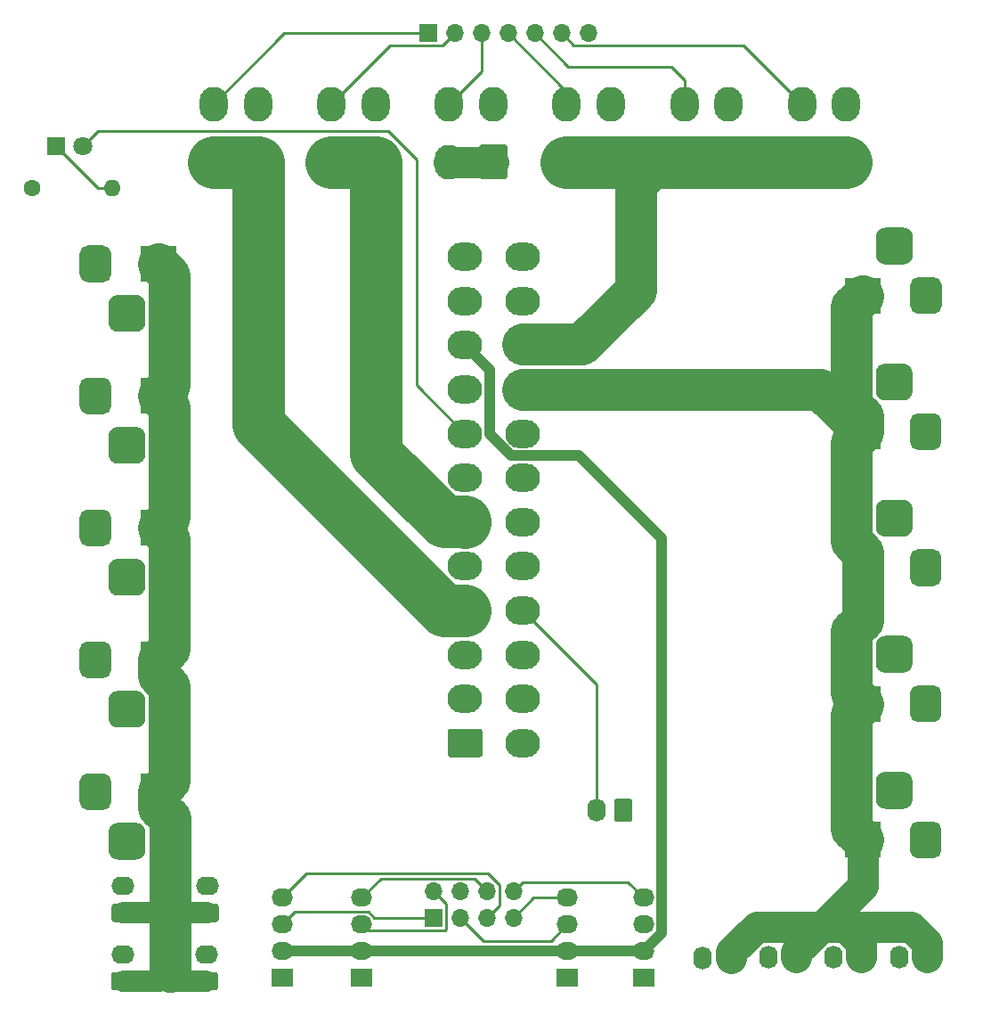
<source format=gbr>
%TF.GenerationSoftware,KiCad,Pcbnew,(5.1.6)-1*%
%TF.CreationDate,2020-12-20T18:41:33+11:00*%
%TF.ProjectId,Power Distro PCB V2,506f7765-7220-4446-9973-74726f205043,rev?*%
%TF.SameCoordinates,Original*%
%TF.FileFunction,Copper,L1,Top*%
%TF.FilePolarity,Positive*%
%FSLAX46Y46*%
G04 Gerber Fmt 4.6, Leading zero omitted, Abs format (unit mm)*
G04 Created by KiCad (PCBNEW (5.1.6)-1) date 2020-12-20 18:41:33*
%MOMM*%
%LPD*%
G01*
G04 APERTURE LIST*
%TA.AperFunction,ComponentPad*%
%ADD10O,2.700000X3.300000*%
%TD*%
%TA.AperFunction,ComponentPad*%
%ADD11O,1.600000X1.600000*%
%TD*%
%TA.AperFunction,ComponentPad*%
%ADD12C,1.600000*%
%TD*%
%TA.AperFunction,ComponentPad*%
%ADD13C,1.800000*%
%TD*%
%TA.AperFunction,ComponentPad*%
%ADD14R,1.800000X1.800000*%
%TD*%
%TA.AperFunction,ComponentPad*%
%ADD15R,3.500000X3.500000*%
%TD*%
%TA.AperFunction,ComponentPad*%
%ADD16O,1.700000X1.700000*%
%TD*%
%TA.AperFunction,ComponentPad*%
%ADD17R,1.700000X1.700000*%
%TD*%
%TA.AperFunction,ComponentPad*%
%ADD18O,1.740000X2.190000*%
%TD*%
%TA.AperFunction,ComponentPad*%
%ADD19O,2.190000X1.740000*%
%TD*%
%TA.AperFunction,ComponentPad*%
%ADD20O,2.030000X1.730000*%
%TD*%
%TA.AperFunction,ComponentPad*%
%ADD21R,2.030000X1.730000*%
%TD*%
%TA.AperFunction,ComponentPad*%
%ADD22O,3.300000X2.700000*%
%TD*%
%TA.AperFunction,Conductor*%
%ADD23C,0.250000*%
%TD*%
%TA.AperFunction,Conductor*%
%ADD24C,5.000000*%
%TD*%
%TA.AperFunction,Conductor*%
%ADD25C,3.000000*%
%TD*%
%TA.AperFunction,Conductor*%
%ADD26C,4.000000*%
%TD*%
%TA.AperFunction,Conductor*%
%ADD27C,2.000000*%
%TD*%
%TA.AperFunction,Conductor*%
%ADD28C,1.000000*%
%TD*%
G04 APERTURE END LIST*
%TO.P,J6,1*%
%TO.N,/LED5V4*%
%TA.AperFunction,ComponentPad*%
G36*
G01*
X80750000Y-13000001D02*
X80750000Y-15799999D01*
G75*
G02*
X80499999Y-16050000I-250001J0D01*
G01*
X78300001Y-16050000D01*
G75*
G02*
X78050000Y-15799999I0J250001D01*
G01*
X78050000Y-13000001D01*
G75*
G02*
X78300001Y-12750000I250001J0D01*
G01*
X80499999Y-12750000D01*
G75*
G02*
X80750000Y-13000001I0J-250001D01*
G01*
G37*
%TD.AperFunction*%
D10*
%TO.P,J6,2*%
X75200000Y-14400000D03*
%TO.P,J6,3*%
%TO.N,/LEDGND*%
X79400000Y-8900000D03*
%TO.P,J6,4*%
%TO.N,/LEDDATA6*%
X75200000Y-8900000D03*
%TD*%
%TO.P,J5,1*%
%TO.N,/LED5V4*%
%TA.AperFunction,ComponentPad*%
G36*
G01*
X69570000Y-13000001D02*
X69570000Y-15799999D01*
G75*
G02*
X69319999Y-16050000I-250001J0D01*
G01*
X67120001Y-16050000D01*
G75*
G02*
X66870000Y-15799999I0J250001D01*
G01*
X66870000Y-13000001D01*
G75*
G02*
X67120001Y-12750000I250001J0D01*
G01*
X69319999Y-12750000D01*
G75*
G02*
X69570000Y-13000001I0J-250001D01*
G01*
G37*
%TD.AperFunction*%
%TO.P,J5,2*%
X64020000Y-14400000D03*
%TO.P,J5,3*%
%TO.N,/LEDGND*%
X68220000Y-8900000D03*
%TO.P,J5,4*%
%TO.N,/LEDDATA5*%
X64020000Y-8900000D03*
%TD*%
%TO.P,J4,1*%
%TO.N,/LED5V4*%
%TA.AperFunction,ComponentPad*%
G36*
G01*
X58390000Y-13000001D02*
X58390000Y-15799999D01*
G75*
G02*
X58139999Y-16050000I-250001J0D01*
G01*
X55940001Y-16050000D01*
G75*
G02*
X55690000Y-15799999I0J250001D01*
G01*
X55690000Y-13000001D01*
G75*
G02*
X55940001Y-12750000I250001J0D01*
G01*
X58139999Y-12750000D01*
G75*
G02*
X58390000Y-13000001I0J-250001D01*
G01*
G37*
%TD.AperFunction*%
%TO.P,J4,2*%
X52840000Y-14400000D03*
%TO.P,J4,3*%
%TO.N,/LEDGND*%
X57040000Y-8900000D03*
%TO.P,J4,4*%
%TO.N,/LEDDATA4*%
X52840000Y-8900000D03*
%TD*%
%TO.P,J3,1*%
%TO.N,/LED5V3*%
%TA.AperFunction,ComponentPad*%
G36*
G01*
X47210000Y-13000001D02*
X47210000Y-15799999D01*
G75*
G02*
X46959999Y-16050000I-250001J0D01*
G01*
X44760001Y-16050000D01*
G75*
G02*
X44510000Y-15799999I0J250001D01*
G01*
X44510000Y-13000001D01*
G75*
G02*
X44760001Y-12750000I250001J0D01*
G01*
X46959999Y-12750000D01*
G75*
G02*
X47210000Y-13000001I0J-250001D01*
G01*
G37*
%TD.AperFunction*%
%TO.P,J3,2*%
X41660000Y-14400000D03*
%TO.P,J3,3*%
%TO.N,/LEDGND*%
X45860000Y-8900000D03*
%TO.P,J3,4*%
%TO.N,/LEDDATA3*%
X41660000Y-8900000D03*
%TD*%
%TO.P,J2,1*%
%TO.N,/LED5V2*%
%TA.AperFunction,ComponentPad*%
G36*
G01*
X36030000Y-13000001D02*
X36030000Y-15799999D01*
G75*
G02*
X35779999Y-16050000I-250001J0D01*
G01*
X33580001Y-16050000D01*
G75*
G02*
X33330000Y-15799999I0J250001D01*
G01*
X33330000Y-13000001D01*
G75*
G02*
X33580001Y-12750000I250001J0D01*
G01*
X35779999Y-12750000D01*
G75*
G02*
X36030000Y-13000001I0J-250001D01*
G01*
G37*
%TD.AperFunction*%
%TO.P,J2,2*%
X30480000Y-14400000D03*
%TO.P,J2,3*%
%TO.N,/LEDGND*%
X34680000Y-8900000D03*
%TO.P,J2,4*%
%TO.N,/LEDDATA2*%
X30480000Y-8900000D03*
%TD*%
%TO.P,J1,1*%
%TO.N,/LED5V1*%
%TA.AperFunction,ComponentPad*%
G36*
G01*
X24850000Y-13000001D02*
X24850000Y-15799999D01*
G75*
G02*
X24599999Y-16050000I-250001J0D01*
G01*
X22400001Y-16050000D01*
G75*
G02*
X22150000Y-15799999I0J250001D01*
G01*
X22150000Y-13000001D01*
G75*
G02*
X22400001Y-12750000I250001J0D01*
G01*
X24599999Y-12750000D01*
G75*
G02*
X24850000Y-13000001I0J-250001D01*
G01*
G37*
%TD.AperFunction*%
%TO.P,J1,2*%
X19300000Y-14400000D03*
%TO.P,J1,3*%
%TO.N,/LEDGND*%
X23500000Y-8900000D03*
%TO.P,J1,4*%
%TO.N,/LEDDATA1*%
X19300000Y-8900000D03*
%TD*%
D11*
%TO.P,R1,2*%
%TO.N,Net-(D1-Pad1)*%
X9600000Y-16900000D03*
D12*
%TO.P,R1,1*%
%TO.N,/LEDGND*%
X1980000Y-16900000D03*
%TD*%
D13*
%TO.P,PSU OK,2*%
%TO.N,/PWRGOOD*%
X6800000Y-12900000D03*
D14*
%TO.P,PSU OK,1*%
%TO.N,Net-(D1-Pad1)*%
X4260000Y-12900000D03*
%TD*%
%TO.P,J21,3*%
%TO.N,N/C*%
%TA.AperFunction,ComponentPad*%
G36*
G01*
X9273600Y-29675000D02*
X9273600Y-27925000D01*
G75*
G02*
X10148600Y-27050000I875000J0D01*
G01*
X11898600Y-27050000D01*
G75*
G02*
X12773600Y-27925000I0J-875000D01*
G01*
X12773600Y-29675000D01*
G75*
G02*
X11898600Y-30550000I-875000J0D01*
G01*
X10148600Y-30550000D01*
G75*
G02*
X9273600Y-29675000I0J875000D01*
G01*
G37*
%TD.AperFunction*%
%TO.P,J21,2*%
%TO.N,/LEDGND*%
%TA.AperFunction,ComponentPad*%
G36*
G01*
X6523600Y-25100000D02*
X6523600Y-23100000D01*
G75*
G02*
X7273600Y-22350000I750000J0D01*
G01*
X8773600Y-22350000D01*
G75*
G02*
X9523600Y-23100000I0J-750000D01*
G01*
X9523600Y-25100000D01*
G75*
G02*
X8773600Y-25850000I-750000J0D01*
G01*
X7273600Y-25850000D01*
G75*
G02*
X6523600Y-25100000I0J750000D01*
G01*
G37*
%TD.AperFunction*%
D15*
%TO.P,J21,1*%
%TO.N,/12VSOCKETS+*%
X14023600Y-24100000D03*
%TD*%
%TO.P,J23,3*%
%TO.N,N/C*%
%TA.AperFunction,ComponentPad*%
G36*
G01*
X9273600Y-54746600D02*
X9273600Y-52996600D01*
G75*
G02*
X10148600Y-52121600I875000J0D01*
G01*
X11898600Y-52121600D01*
G75*
G02*
X12773600Y-52996600I0J-875000D01*
G01*
X12773600Y-54746600D01*
G75*
G02*
X11898600Y-55621600I-875000J0D01*
G01*
X10148600Y-55621600D01*
G75*
G02*
X9273600Y-54746600I0J875000D01*
G01*
G37*
%TD.AperFunction*%
%TO.P,J23,2*%
%TO.N,/LEDGND*%
%TA.AperFunction,ComponentPad*%
G36*
G01*
X6523600Y-50171600D02*
X6523600Y-48171600D01*
G75*
G02*
X7273600Y-47421600I750000J0D01*
G01*
X8773600Y-47421600D01*
G75*
G02*
X9523600Y-48171600I0J-750000D01*
G01*
X9523600Y-50171600D01*
G75*
G02*
X8773600Y-50921600I-750000J0D01*
G01*
X7273600Y-50921600D01*
G75*
G02*
X6523600Y-50171600I0J750000D01*
G01*
G37*
%TD.AperFunction*%
%TO.P,J23,1*%
%TO.N,/12VSOCKETS+*%
X14023600Y-49171600D03*
%TD*%
%TO.P,J25,3*%
%TO.N,N/C*%
%TA.AperFunction,ComponentPad*%
G36*
G01*
X9273600Y-79818200D02*
X9273600Y-78068200D01*
G75*
G02*
X10148600Y-77193200I875000J0D01*
G01*
X11898600Y-77193200D01*
G75*
G02*
X12773600Y-78068200I0J-875000D01*
G01*
X12773600Y-79818200D01*
G75*
G02*
X11898600Y-80693200I-875000J0D01*
G01*
X10148600Y-80693200D01*
G75*
G02*
X9273600Y-79818200I0J875000D01*
G01*
G37*
%TD.AperFunction*%
%TO.P,J25,2*%
%TO.N,/LEDGND*%
%TA.AperFunction,ComponentPad*%
G36*
G01*
X6523600Y-75243200D02*
X6523600Y-73243200D01*
G75*
G02*
X7273600Y-72493200I750000J0D01*
G01*
X8773600Y-72493200D01*
G75*
G02*
X9523600Y-73243200I0J-750000D01*
G01*
X9523600Y-75243200D01*
G75*
G02*
X8773600Y-75993200I-750000J0D01*
G01*
X7273600Y-75993200D01*
G75*
G02*
X6523600Y-75243200I0J750000D01*
G01*
G37*
%TD.AperFunction*%
%TO.P,J25,1*%
%TO.N,/12VSOCKETS+*%
X14023600Y-74243200D03*
%TD*%
%TO.P,J24,3*%
%TO.N,N/C*%
%TA.AperFunction,ComponentPad*%
G36*
G01*
X9273600Y-67282400D02*
X9273600Y-65532400D01*
G75*
G02*
X10148600Y-64657400I875000J0D01*
G01*
X11898600Y-64657400D01*
G75*
G02*
X12773600Y-65532400I0J-875000D01*
G01*
X12773600Y-67282400D01*
G75*
G02*
X11898600Y-68157400I-875000J0D01*
G01*
X10148600Y-68157400D01*
G75*
G02*
X9273600Y-67282400I0J875000D01*
G01*
G37*
%TD.AperFunction*%
%TO.P,J24,2*%
%TO.N,/LEDGND*%
%TA.AperFunction,ComponentPad*%
G36*
G01*
X6523600Y-62707400D02*
X6523600Y-60707400D01*
G75*
G02*
X7273600Y-59957400I750000J0D01*
G01*
X8773600Y-59957400D01*
G75*
G02*
X9523600Y-60707400I0J-750000D01*
G01*
X9523600Y-62707400D01*
G75*
G02*
X8773600Y-63457400I-750000J0D01*
G01*
X7273600Y-63457400D01*
G75*
G02*
X6523600Y-62707400I0J750000D01*
G01*
G37*
%TD.AperFunction*%
%TO.P,J24,1*%
%TO.N,/12VSOCKETS+*%
X14023600Y-61707400D03*
%TD*%
%TO.P,J22,3*%
%TO.N,N/C*%
%TA.AperFunction,ComponentPad*%
G36*
G01*
X9273600Y-42210800D02*
X9273600Y-40460800D01*
G75*
G02*
X10148600Y-39585800I875000J0D01*
G01*
X11898600Y-39585800D01*
G75*
G02*
X12773600Y-40460800I0J-875000D01*
G01*
X12773600Y-42210800D01*
G75*
G02*
X11898600Y-43085800I-875000J0D01*
G01*
X10148600Y-43085800D01*
G75*
G02*
X9273600Y-42210800I0J875000D01*
G01*
G37*
%TD.AperFunction*%
%TO.P,J22,2*%
%TO.N,/LEDGND*%
%TA.AperFunction,ComponentPad*%
G36*
G01*
X6523600Y-37635800D02*
X6523600Y-35635800D01*
G75*
G02*
X7273600Y-34885800I750000J0D01*
G01*
X8773600Y-34885800D01*
G75*
G02*
X9523600Y-35635800I0J-750000D01*
G01*
X9523600Y-37635800D01*
G75*
G02*
X8773600Y-38385800I-750000J0D01*
G01*
X7273600Y-38385800D01*
G75*
G02*
X6523600Y-37635800I0J750000D01*
G01*
G37*
%TD.AperFunction*%
%TO.P,J22,1*%
%TO.N,/12VSOCKETS+*%
X14023600Y-36635800D03*
%TD*%
%TO.P,J20,3*%
%TO.N,N/C*%
%TA.AperFunction,ComponentPad*%
G36*
G01*
X85725200Y-73240200D02*
X85725200Y-74990200D01*
G75*
G02*
X84850200Y-75865200I-875000J0D01*
G01*
X83100200Y-75865200D01*
G75*
G02*
X82225200Y-74990200I0J875000D01*
G01*
X82225200Y-73240200D01*
G75*
G02*
X83100200Y-72365200I875000J0D01*
G01*
X84850200Y-72365200D01*
G75*
G02*
X85725200Y-73240200I0J-875000D01*
G01*
G37*
%TD.AperFunction*%
%TO.P,J20,2*%
%TO.N,/LEDGND*%
%TA.AperFunction,ComponentPad*%
G36*
G01*
X88475200Y-77815200D02*
X88475200Y-79815200D01*
G75*
G02*
X87725200Y-80565200I-750000J0D01*
G01*
X86225200Y-80565200D01*
G75*
G02*
X85475200Y-79815200I0J750000D01*
G01*
X85475200Y-77815200D01*
G75*
G02*
X86225200Y-77065200I750000J0D01*
G01*
X87725200Y-77065200D01*
G75*
G02*
X88475200Y-77815200I0J-750000D01*
G01*
G37*
%TD.AperFunction*%
%TO.P,J20,1*%
%TO.N,/5VSOCKETS+*%
X80975200Y-78815200D03*
%TD*%
%TO.P,J19,3*%
%TO.N,N/C*%
%TA.AperFunction,ComponentPad*%
G36*
G01*
X85725200Y-60311400D02*
X85725200Y-62061400D01*
G75*
G02*
X84850200Y-62936400I-875000J0D01*
G01*
X83100200Y-62936400D01*
G75*
G02*
X82225200Y-62061400I0J875000D01*
G01*
X82225200Y-60311400D01*
G75*
G02*
X83100200Y-59436400I875000J0D01*
G01*
X84850200Y-59436400D01*
G75*
G02*
X85725200Y-60311400I0J-875000D01*
G01*
G37*
%TD.AperFunction*%
%TO.P,J19,2*%
%TO.N,/LEDGND*%
%TA.AperFunction,ComponentPad*%
G36*
G01*
X88475200Y-64886400D02*
X88475200Y-66886400D01*
G75*
G02*
X87725200Y-67636400I-750000J0D01*
G01*
X86225200Y-67636400D01*
G75*
G02*
X85475200Y-66886400I0J750000D01*
G01*
X85475200Y-64886400D01*
G75*
G02*
X86225200Y-64136400I750000J0D01*
G01*
X87725200Y-64136400D01*
G75*
G02*
X88475200Y-64886400I0J-750000D01*
G01*
G37*
%TD.AperFunction*%
%TO.P,J19,1*%
%TO.N,/5VSOCKETS+*%
X80975200Y-65886400D03*
%TD*%
%TO.P,J18,3*%
%TO.N,N/C*%
%TA.AperFunction,ComponentPad*%
G36*
G01*
X85725200Y-47382600D02*
X85725200Y-49132600D01*
G75*
G02*
X84850200Y-50007600I-875000J0D01*
G01*
X83100200Y-50007600D01*
G75*
G02*
X82225200Y-49132600I0J875000D01*
G01*
X82225200Y-47382600D01*
G75*
G02*
X83100200Y-46507600I875000J0D01*
G01*
X84850200Y-46507600D01*
G75*
G02*
X85725200Y-47382600I0J-875000D01*
G01*
G37*
%TD.AperFunction*%
%TO.P,J18,2*%
%TO.N,/LEDGND*%
%TA.AperFunction,ComponentPad*%
G36*
G01*
X88475200Y-51957600D02*
X88475200Y-53957600D01*
G75*
G02*
X87725200Y-54707600I-750000J0D01*
G01*
X86225200Y-54707600D01*
G75*
G02*
X85475200Y-53957600I0J750000D01*
G01*
X85475200Y-51957600D01*
G75*
G02*
X86225200Y-51207600I750000J0D01*
G01*
X87725200Y-51207600D01*
G75*
G02*
X88475200Y-51957600I0J-750000D01*
G01*
G37*
%TD.AperFunction*%
%TO.P,J18,1*%
%TO.N,/5VSOCKETS+*%
X80975200Y-52957600D03*
%TD*%
%TO.P,J17,3*%
%TO.N,N/C*%
%TA.AperFunction,ComponentPad*%
G36*
G01*
X85725200Y-34453800D02*
X85725200Y-36203800D01*
G75*
G02*
X84850200Y-37078800I-875000J0D01*
G01*
X83100200Y-37078800D01*
G75*
G02*
X82225200Y-36203800I0J875000D01*
G01*
X82225200Y-34453800D01*
G75*
G02*
X83100200Y-33578800I875000J0D01*
G01*
X84850200Y-33578800D01*
G75*
G02*
X85725200Y-34453800I0J-875000D01*
G01*
G37*
%TD.AperFunction*%
%TO.P,J17,2*%
%TO.N,/LEDGND*%
%TA.AperFunction,ComponentPad*%
G36*
G01*
X88475200Y-39028800D02*
X88475200Y-41028800D01*
G75*
G02*
X87725200Y-41778800I-750000J0D01*
G01*
X86225200Y-41778800D01*
G75*
G02*
X85475200Y-41028800I0J750000D01*
G01*
X85475200Y-39028800D01*
G75*
G02*
X86225200Y-38278800I750000J0D01*
G01*
X87725200Y-38278800D01*
G75*
G02*
X88475200Y-39028800I0J-750000D01*
G01*
G37*
%TD.AperFunction*%
%TO.P,J17,1*%
%TO.N,/5VSOCKETS+*%
X80975200Y-40028800D03*
%TD*%
%TO.P,J16,3*%
%TO.N,N/C*%
%TA.AperFunction,ComponentPad*%
G36*
G01*
X85750000Y-21525000D02*
X85750000Y-23275000D01*
G75*
G02*
X84875000Y-24150000I-875000J0D01*
G01*
X83125000Y-24150000D01*
G75*
G02*
X82250000Y-23275000I0J875000D01*
G01*
X82250000Y-21525000D01*
G75*
G02*
X83125000Y-20650000I875000J0D01*
G01*
X84875000Y-20650000D01*
G75*
G02*
X85750000Y-21525000I0J-875000D01*
G01*
G37*
%TD.AperFunction*%
%TO.P,J16,2*%
%TO.N,/LEDGND*%
%TA.AperFunction,ComponentPad*%
G36*
G01*
X88500000Y-26100000D02*
X88500000Y-28100000D01*
G75*
G02*
X87750000Y-28850000I-750000J0D01*
G01*
X86250000Y-28850000D01*
G75*
G02*
X85500000Y-28100000I0J750000D01*
G01*
X85500000Y-26100000D01*
G75*
G02*
X86250000Y-25350000I750000J0D01*
G01*
X87750000Y-25350000D01*
G75*
G02*
X88500000Y-26100000I0J-750000D01*
G01*
G37*
%TD.AperFunction*%
%TO.P,J16,1*%
%TO.N,/5VSOCKETS+*%
X81000000Y-27100000D03*
%TD*%
D16*
%TO.P,J7,7*%
%TO.N,/LEDGND*%
X54880000Y-2200000D03*
%TO.P,J7,6*%
%TO.N,/LEDDATA6*%
X52340000Y-2200000D03*
%TO.P,J7,5*%
%TO.N,/LEDDATA5*%
X49800000Y-2200000D03*
%TO.P,J7,4*%
%TO.N,/LEDDATA4*%
X47260000Y-2200000D03*
%TO.P,J7,3*%
%TO.N,/LEDDATA3*%
X44720000Y-2200000D03*
%TO.P,J7,2*%
%TO.N,/LEDDATA2*%
X42180000Y-2200000D03*
D17*
%TO.P,J7,1*%
%TO.N,/LEDDATA1*%
X39640000Y-2200000D03*
%TD*%
D18*
%TO.P,J32,2*%
%TO.N,/PSUSW*%
X55676800Y-75996800D03*
%TO.P,J32,1*%
%TO.N,/LEDGND*%
%TA.AperFunction,ComponentPad*%
G36*
G01*
X59086800Y-75151799D02*
X59086800Y-76841801D01*
G75*
G02*
X58836801Y-77091800I-249999J0D01*
G01*
X57596799Y-77091800D01*
G75*
G02*
X57346800Y-76841801I0J249999D01*
G01*
X57346800Y-75151799D01*
G75*
G02*
X57596799Y-74901800I249999J0D01*
G01*
X58836801Y-74901800D01*
G75*
G02*
X59086800Y-75151799I0J-249999D01*
G01*
G37*
%TD.AperFunction*%
%TD*%
D19*
%TO.P,J31,2*%
%TO.N,/LEDGND*%
X10617200Y-89712800D03*
%TO.P,J31,1*%
%TO.N,/12VSOCKETS+*%
%TA.AperFunction,ComponentPad*%
G36*
G01*
X11462201Y-93122800D02*
X9772199Y-93122800D01*
G75*
G02*
X9522200Y-92872801I0J249999D01*
G01*
X9522200Y-91632799D01*
G75*
G02*
X9772199Y-91382800I249999J0D01*
G01*
X11462201Y-91382800D01*
G75*
G02*
X11712200Y-91632799I0J-249999D01*
G01*
X11712200Y-92872801D01*
G75*
G02*
X11462201Y-93122800I-249999J0D01*
G01*
G37*
%TD.AperFunction*%
%TD*%
%TO.P,J30,2*%
%TO.N,/LEDGND*%
X10668000Y-83210400D03*
%TO.P,J30,1*%
%TO.N,/12VSOCKETS+*%
%TA.AperFunction,ComponentPad*%
G36*
G01*
X11513001Y-86620400D02*
X9822999Y-86620400D01*
G75*
G02*
X9573000Y-86370401I0J249999D01*
G01*
X9573000Y-85130399D01*
G75*
G02*
X9822999Y-84880400I249999J0D01*
G01*
X11513001Y-84880400D01*
G75*
G02*
X11763000Y-85130399I0J-249999D01*
G01*
X11763000Y-86370401D01*
G75*
G02*
X11513001Y-86620400I-249999J0D01*
G01*
G37*
%TD.AperFunction*%
%TD*%
%TO.P,J29,2*%
%TO.N,/LEDGND*%
X18592800Y-89712800D03*
%TO.P,J29,1*%
%TO.N,/12VSOCKETS+*%
%TA.AperFunction,ComponentPad*%
G36*
G01*
X19437801Y-93122800D02*
X17747799Y-93122800D01*
G75*
G02*
X17497800Y-92872801I0J249999D01*
G01*
X17497800Y-91632799D01*
G75*
G02*
X17747799Y-91382800I249999J0D01*
G01*
X19437801Y-91382800D01*
G75*
G02*
X19687800Y-91632799I0J-249999D01*
G01*
X19687800Y-92872801D01*
G75*
G02*
X19437801Y-93122800I-249999J0D01*
G01*
G37*
%TD.AperFunction*%
%TD*%
%TO.P,J28,2*%
%TO.N,/LEDGND*%
X18643600Y-83210400D03*
%TO.P,J28,1*%
%TO.N,/12VSOCKETS+*%
%TA.AperFunction,ComponentPad*%
G36*
G01*
X19488601Y-86620400D02*
X17798599Y-86620400D01*
G75*
G02*
X17548600Y-86370401I0J249999D01*
G01*
X17548600Y-85130399D01*
G75*
G02*
X17798599Y-84880400I249999J0D01*
G01*
X19488601Y-84880400D01*
G75*
G02*
X19738600Y-85130399I0J-249999D01*
G01*
X19738600Y-86370401D01*
G75*
G02*
X19488601Y-86620400I-249999J0D01*
G01*
G37*
%TD.AperFunction*%
%TD*%
D18*
%TO.P,J15,2*%
%TO.N,/LEDGND*%
X84429600Y-89966800D03*
%TO.P,J15,1*%
%TO.N,/5VSOCKETS+*%
%TA.AperFunction,ComponentPad*%
G36*
G01*
X87839600Y-89121799D02*
X87839600Y-90811801D01*
G75*
G02*
X87589601Y-91061800I-249999J0D01*
G01*
X86349599Y-91061800D01*
G75*
G02*
X86099600Y-90811801I0J249999D01*
G01*
X86099600Y-89121799D01*
G75*
G02*
X86349599Y-88871800I249999J0D01*
G01*
X87589601Y-88871800D01*
G75*
G02*
X87839600Y-89121799I0J-249999D01*
G01*
G37*
%TD.AperFunction*%
%TD*%
%TO.P,J14,2*%
%TO.N,/LEDGND*%
X78181200Y-89966800D03*
%TO.P,J14,1*%
%TO.N,/5VSOCKETS+*%
%TA.AperFunction,ComponentPad*%
G36*
G01*
X81591200Y-89121799D02*
X81591200Y-90811801D01*
G75*
G02*
X81341201Y-91061800I-249999J0D01*
G01*
X80101199Y-91061800D01*
G75*
G02*
X79851200Y-90811801I0J249999D01*
G01*
X79851200Y-89121799D01*
G75*
G02*
X80101199Y-88871800I249999J0D01*
G01*
X81341201Y-88871800D01*
G75*
G02*
X81591200Y-89121799I0J-249999D01*
G01*
G37*
%TD.AperFunction*%
%TD*%
%TO.P,J13,2*%
%TO.N,/LEDGND*%
X71983600Y-89966800D03*
%TO.P,J13,1*%
%TO.N,/5VSOCKETS+*%
%TA.AperFunction,ComponentPad*%
G36*
G01*
X75393600Y-89121799D02*
X75393600Y-90811801D01*
G75*
G02*
X75143601Y-91061800I-249999J0D01*
G01*
X73903599Y-91061800D01*
G75*
G02*
X73653600Y-90811801I0J249999D01*
G01*
X73653600Y-89121799D01*
G75*
G02*
X73903599Y-88871800I249999J0D01*
G01*
X75143601Y-88871800D01*
G75*
G02*
X75393600Y-89121799I0J-249999D01*
G01*
G37*
%TD.AperFunction*%
%TD*%
%TO.P,J12,2*%
%TO.N,/LEDGND*%
X65786000Y-90017600D03*
%TO.P,J12,1*%
%TO.N,/5VSOCKETS+*%
%TA.AperFunction,ComponentPad*%
G36*
G01*
X69196000Y-89172599D02*
X69196000Y-90862601D01*
G75*
G02*
X68946001Y-91112600I-249999J0D01*
G01*
X67705999Y-91112600D01*
G75*
G02*
X67456000Y-90862601I0J249999D01*
G01*
X67456000Y-89172599D01*
G75*
G02*
X67705999Y-88922600I249999J0D01*
G01*
X68946001Y-88922600D01*
G75*
G02*
X69196000Y-89172599I0J-249999D01*
G01*
G37*
%TD.AperFunction*%
%TD*%
D16*
%TO.P,J26,8*%
%TO.N,Net-(J11-Pad4)*%
X47802800Y-83667600D03*
%TO.P,J26,7*%
%TO.N,Net-(J10-Pad4)*%
X47802800Y-86207600D03*
%TO.P,J26,6*%
%TO.N,Net-(J26-Pad6)*%
X45262800Y-83667600D03*
%TO.P,J26,5*%
%TO.N,Net-(J26-Pad5)*%
X45262800Y-86207600D03*
%TO.P,J26,4*%
%TO.N,Net-(J11-Pad3)*%
X42722800Y-83667600D03*
%TO.P,J26,3*%
%TO.N,Net-(J10-Pad3)*%
X42722800Y-86207600D03*
%TO.P,J26,2*%
%TO.N,Net-(J26-Pad2)*%
X40182800Y-83667600D03*
D17*
%TO.P,J26,1*%
%TO.N,Net-(J26-Pad1)*%
X40182800Y-86207600D03*
%TD*%
D20*
%TO.P,J10,4*%
%TO.N,Net-(J10-Pad4)*%
X52882800Y-84328000D03*
%TO.P,J10,3*%
%TO.N,Net-(J10-Pad3)*%
X52882800Y-86868000D03*
%TO.P,J10,2*%
%TO.N,/FAN+*%
X52882800Y-89408000D03*
D21*
%TO.P,J10,1*%
%TO.N,/LEDGND*%
X52882800Y-91948000D03*
%TD*%
D20*
%TO.P,J11,4*%
%TO.N,Net-(J11-Pad4)*%
X60147200Y-84328000D03*
%TO.P,J11,3*%
%TO.N,Net-(J11-Pad3)*%
X60147200Y-86868000D03*
%TO.P,J11,2*%
%TO.N,/FAN+*%
X60147200Y-89408000D03*
D21*
%TO.P,J11,1*%
%TO.N,/LEDGND*%
X60147200Y-91948000D03*
%TD*%
D20*
%TO.P,J9,4*%
%TO.N,Net-(J26-Pad6)*%
X33358700Y-84328000D03*
%TO.P,J9,3*%
%TO.N,Net-(J26-Pad2)*%
X33358700Y-86868000D03*
%TO.P,J9,2*%
%TO.N,/FAN+*%
X33358700Y-89408000D03*
D21*
%TO.P,J9,1*%
%TO.N,/LEDGND*%
X33358700Y-91948000D03*
%TD*%
D20*
%TO.P,J8,4*%
%TO.N,Net-(J26-Pad5)*%
X25806400Y-84328000D03*
%TO.P,J8,3*%
%TO.N,Net-(J26-Pad1)*%
X25806400Y-86868000D03*
%TO.P,J8,2*%
%TO.N,/FAN+*%
X25806400Y-89408000D03*
D21*
%TO.P,J8,1*%
%TO.N,/LEDGND*%
X25806400Y-91948000D03*
%TD*%
D22*
%TO.P,J27,24*%
%TO.N,/LEDGND*%
X48680000Y-23418800D03*
%TO.P,J27,23*%
%TO.N,/LED5V3*%
X48680000Y-27618800D03*
%TO.P,J27,22*%
%TO.N,/LED5V4*%
X48680000Y-31818800D03*
%TO.P,J27,21*%
%TO.N,/5VSOCKETS+*%
X48680000Y-36018800D03*
%TO.P,J27,20*%
%TO.N,Net-(J27-Pad20)*%
X48680000Y-40218800D03*
%TO.P,J27,19*%
%TO.N,/LEDGND*%
X48680000Y-44418800D03*
%TO.P,J27,18*%
X48680000Y-48618800D03*
%TO.P,J27,17*%
X48680000Y-52818800D03*
%TO.P,J27,16*%
%TO.N,/PSUSW*%
X48680000Y-57018800D03*
%TO.P,J27,15*%
%TO.N,/LEDGND*%
X48680000Y-61218800D03*
%TO.P,J27,14*%
%TO.N,Net-(J27-Pad14)*%
X48680000Y-65418800D03*
%TO.P,J27,13*%
%TO.N,Net-(J27-Pad13)*%
X48680000Y-69618800D03*
%TO.P,J27,12*%
%TO.N,Net-(J27-Pad12)*%
X43180000Y-23418800D03*
%TO.P,J27,11*%
%TO.N,/12VSOCKETS+*%
X43180000Y-27618800D03*
%TO.P,J27,10*%
%TO.N,/FAN+*%
X43180000Y-31818800D03*
%TO.P,J27,9*%
%TO.N,Net-(J27-Pad9)*%
X43180000Y-36018800D03*
%TO.P,J27,8*%
%TO.N,/PWRGOOD*%
X43180000Y-40218800D03*
%TO.P,J27,7*%
%TO.N,/LEDGND*%
X43180000Y-44418800D03*
%TO.P,J27,6*%
%TO.N,/LED5V2*%
X43180000Y-48618800D03*
%TO.P,J27,5*%
%TO.N,/LEDGND*%
X43180000Y-52818800D03*
%TO.P,J27,4*%
%TO.N,/LED5V1*%
X43180000Y-57018800D03*
%TO.P,J27,3*%
%TO.N,/LEDGND*%
X43180000Y-61218800D03*
%TO.P,J27,2*%
%TO.N,Net-(J27-Pad2)*%
X43180000Y-65418800D03*
%TO.P,J27,1*%
%TO.N,Net-(J27-Pad1)*%
%TA.AperFunction,ComponentPad*%
G36*
G01*
X44579999Y-70968800D02*
X41780001Y-70968800D01*
G75*
G02*
X41530000Y-70718799I0J250001D01*
G01*
X41530000Y-68518801D01*
G75*
G02*
X41780001Y-68268800I250001J0D01*
G01*
X44579999Y-68268800D01*
G75*
G02*
X44830000Y-68518801I0J-250001D01*
G01*
X44830000Y-70718799D01*
G75*
G02*
X44579999Y-70968800I-250001J0D01*
G01*
G37*
%TD.AperFunction*%
%TD*%
D23*
%TO.N,Net-(J10-Pad4)*%
X49682400Y-84328000D02*
X52882800Y-84328000D01*
X47802800Y-86207600D02*
X49682400Y-84328000D01*
%TO.N,Net-(J10-Pad3)*%
X42722800Y-86207600D02*
X44915200Y-88400000D01*
X51350800Y-88400000D02*
X52882800Y-86868000D01*
X44915200Y-88400000D02*
X51350800Y-88400000D01*
%TO.N,Net-(J11-Pad4)*%
X58636801Y-82817601D02*
X60147200Y-84328000D01*
X48652799Y-82817601D02*
X58636801Y-82817601D01*
X47802800Y-83667600D02*
X48652799Y-82817601D01*
%TO.N,Net-(J26-Pad5)*%
X46437801Y-83103599D02*
X46437801Y-85032599D01*
X45376792Y-82042590D02*
X46437801Y-83103599D01*
X28091810Y-82042590D02*
X45376792Y-82042590D01*
X46437801Y-85032599D02*
X45262800Y-86207600D01*
X25806400Y-84328000D02*
X28091810Y-82042590D01*
%TO.N,Net-(J26-Pad1)*%
X26996410Y-85677990D02*
X25806400Y-86868000D01*
X34001618Y-85677990D02*
X26996410Y-85677990D01*
X34531228Y-86207600D02*
X34001618Y-85677990D01*
X40182800Y-86207600D02*
X34531228Y-86207600D01*
%TO.N,Net-(J26-Pad6)*%
X44087799Y-82492599D02*
X45262800Y-83667600D01*
X35194101Y-82492599D02*
X44087799Y-82492599D01*
X33358700Y-84328000D02*
X35194101Y-82492599D01*
%TO.N,Net-(J26-Pad2)*%
X33873301Y-87382601D02*
X33358700Y-86868000D01*
X41292801Y-87382601D02*
X33873301Y-87382601D01*
X41357801Y-84842601D02*
X41357801Y-87317601D01*
X41357801Y-87317601D02*
X41292801Y-87382601D01*
X40182800Y-83667600D02*
X41357801Y-84842601D01*
D24*
%TO.N,/LED5V1*%
X19300000Y-14400000D02*
X23500000Y-14400000D01*
X23500000Y-39307800D02*
X41211000Y-57018800D01*
X41211000Y-57018800D02*
X43180000Y-57018800D01*
X23500000Y-14400000D02*
X23500000Y-39307800D01*
%TO.N,/LED5V2*%
X41161010Y-48568810D02*
X34680000Y-42087800D01*
X43168810Y-48568810D02*
X41161010Y-48568810D01*
X43180000Y-48580000D02*
X43168810Y-48568810D01*
X34680000Y-42087800D02*
X34680000Y-14400000D01*
X43180000Y-48618800D02*
X43180000Y-48580000D01*
X34680000Y-14400000D02*
X30480000Y-14400000D01*
D25*
%TO.N,/LED5V3*%
X41660000Y-14400000D02*
X45860000Y-14400000D01*
D24*
%TO.N,/LED5V4*%
X52840000Y-14400000D02*
X57040000Y-14400000D01*
X64020000Y-14400000D02*
X68220000Y-14400000D01*
X79400000Y-14400000D02*
X75200000Y-14400000D01*
D26*
X61500000Y-14400000D02*
X59400000Y-16500000D01*
D24*
X61500000Y-14400000D02*
X57040000Y-14400000D01*
X64020000Y-14400000D02*
X61500000Y-14400000D01*
D26*
X59400000Y-16500000D02*
X59400000Y-26600000D01*
X54281210Y-31718790D02*
X48680000Y-31718790D01*
X59400000Y-26600000D02*
X54281210Y-31718790D01*
D24*
X75200000Y-14400000D02*
X68220000Y-14400000D01*
D26*
%TO.N,/5VSOCKETS+*%
X79925190Y-64836390D02*
X80975200Y-65886400D01*
X79925190Y-58996266D02*
X79925190Y-64836390D01*
X80975200Y-57946256D02*
X79925190Y-58996266D01*
X80975200Y-52957600D02*
X80975200Y-57946256D01*
X79925190Y-50447734D02*
X79925190Y-41078810D01*
X80975200Y-51497744D02*
X79925190Y-50447734D01*
X79925190Y-41078810D02*
X80975200Y-40028800D01*
X80975200Y-52957600D02*
X80975200Y-51497744D01*
X79925190Y-37518934D02*
X79925190Y-28174810D01*
X79925190Y-28174810D02*
X81000000Y-27100000D01*
X80975200Y-38568944D02*
X79925190Y-37518934D01*
X80975200Y-40028800D02*
X80975200Y-38568944D01*
X79925190Y-66936410D02*
X80975200Y-65886400D01*
X79925190Y-77765190D02*
X79925190Y-66936410D01*
X80975200Y-78815200D02*
X79925190Y-77765190D01*
D25*
X74653610Y-89493426D02*
X74653610Y-89966800D01*
X80975200Y-78815200D02*
X80975200Y-83171836D01*
X68456010Y-89493426D02*
X68456010Y-90017600D01*
X80975200Y-83171836D02*
X76723518Y-87423518D01*
X76723518Y-87423518D02*
X74653610Y-89493426D01*
X76723518Y-87423518D02*
X76371790Y-87071790D01*
X76371790Y-87071790D02*
X70877646Y-87071790D01*
X70877646Y-87071790D02*
X68456010Y-89493426D01*
X80851210Y-88635846D02*
X80851210Y-89966800D01*
X76371790Y-87071790D02*
X79287154Y-87071790D01*
X79287154Y-87071790D02*
X80851210Y-88635846D01*
X87099610Y-88635846D02*
X87099610Y-89966800D01*
X79287154Y-87071790D02*
X85535554Y-87071790D01*
X85535554Y-87071790D02*
X87099610Y-88635846D01*
D26*
X76965200Y-36018800D02*
X80975200Y-40028800D01*
X48680000Y-36018800D02*
X76965200Y-36018800D01*
%TO.N,/12VSOCKETS+*%
X14023600Y-75703056D02*
X15100000Y-76779456D01*
X14023600Y-74243200D02*
X14023600Y-75703056D01*
D27*
X14147200Y-92252800D02*
X10617200Y-92252800D01*
X15100000Y-91300000D02*
X14147200Y-92252800D01*
X16052800Y-92252800D02*
X18592800Y-92252800D01*
X15100000Y-91300000D02*
X16052800Y-92252800D01*
X13649600Y-85750400D02*
X15100000Y-84300000D01*
X10668000Y-85750400D02*
X13649600Y-85750400D01*
D26*
X15100000Y-76779456D02*
X15100000Y-84300000D01*
X15100000Y-84300000D02*
X15100000Y-91300000D01*
D27*
X16550400Y-85750400D02*
X15100000Y-84300000D01*
X18643600Y-85750400D02*
X16550400Y-85750400D01*
D26*
X15073610Y-35585790D02*
X14023600Y-36635800D01*
X14023600Y-24100000D02*
X15073610Y-25150010D01*
X15073610Y-48121590D02*
X14023600Y-49171600D01*
X15073610Y-37685810D02*
X15073610Y-48121590D01*
X14023600Y-36635800D02*
X15073610Y-37685810D01*
X15073610Y-60657390D02*
X14023600Y-61707400D01*
X15073610Y-50221610D02*
X15073610Y-60657390D01*
X14023600Y-49171600D02*
X15073610Y-50221610D01*
X15073610Y-64217266D02*
X15073610Y-73193190D01*
X14023600Y-63167256D02*
X15073610Y-64217266D01*
X15073610Y-73193190D02*
X14023600Y-74243200D01*
X14023600Y-61707400D02*
X14023600Y-63167256D01*
X15073610Y-25150010D02*
X15073610Y-27826390D01*
X15073610Y-27826390D02*
X15073610Y-35585790D01*
D28*
%TO.N,/FAN+*%
X60147200Y-89408000D02*
X52882800Y-89408000D01*
X33358700Y-89408000D02*
X52882800Y-89408000D01*
X33358700Y-89408000D02*
X25806400Y-89408000D01*
X45530010Y-40267961D02*
X45530010Y-34168810D01*
X45530010Y-34168810D02*
X43180000Y-31818800D01*
X47530859Y-42268810D02*
X45530010Y-40267961D01*
X53970563Y-42268810D02*
X47530859Y-42268810D01*
X61862210Y-50160457D02*
X53970563Y-42268810D01*
X61862210Y-87692990D02*
X61862210Y-50160457D01*
X60147200Y-89408000D02*
X61862210Y-87692990D01*
D23*
%TO.N,Net-(D1-Pad1)*%
X8260000Y-16900000D02*
X9600000Y-16900000D01*
X4260000Y-12900000D02*
X8260000Y-16900000D01*
%TO.N,/LEDDATA1*%
X26000000Y-2200000D02*
X19300000Y-8900000D01*
X39640000Y-2200000D02*
X26000000Y-2200000D01*
%TO.N,/LEDDATA2*%
X36004999Y-3375001D02*
X41004999Y-3375001D01*
X41004999Y-3375001D02*
X42180000Y-2200000D01*
X30480000Y-8900000D02*
X36004999Y-3375001D01*
%TO.N,/LEDDATA3*%
X44720000Y-5840000D02*
X41660000Y-8900000D01*
X44720000Y-2200000D02*
X44720000Y-5840000D01*
%TO.N,/LEDDATA4*%
X52840000Y-7780000D02*
X52840000Y-8900000D01*
X47260000Y-2200000D02*
X52840000Y-7780000D01*
%TO.N,/LEDDATA5*%
X64020000Y-8900000D02*
X64020000Y-6620000D01*
X64020000Y-6620000D02*
X62800000Y-5400000D01*
X53000000Y-5400000D02*
X49800000Y-2200000D01*
X62800000Y-5400000D02*
X53000000Y-5400000D01*
%TO.N,/LEDDATA6*%
X69675001Y-3375001D02*
X75200000Y-8900000D01*
X53515001Y-3375001D02*
X69675001Y-3375001D01*
X52340000Y-2200000D02*
X53515001Y-3375001D01*
%TO.N,/PWRGOOD*%
X35891578Y-11474990D02*
X38600000Y-14183412D01*
X6800000Y-12900000D02*
X8225010Y-11474990D01*
X8225010Y-11474990D02*
X35891578Y-11474990D01*
X38600000Y-35638800D02*
X43180000Y-40218800D01*
X38600000Y-14183412D02*
X38600000Y-35638800D01*
%TO.N,/PSUSW*%
X55676800Y-64015600D02*
X55676800Y-75996800D01*
X48680000Y-57018800D02*
X55676800Y-64015600D01*
%TD*%
M02*

</source>
